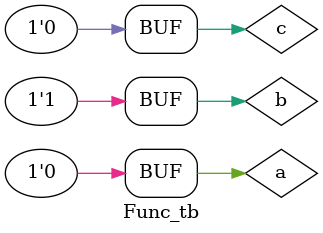
<source format=v>

module Func (a,b,c,y);
input a,b,c;
output y;

assign y = (~b & ~c) | (a & ~b);

endmodule

module Func_tb ();

reg a,b,c;
wire y;

Func dut (a,b,c,y);

always begin
a = 0; b = 0; c = 0; #10;
a = 1; b = 0; c = 0; #10;
a = 0; b = 1; c = 0; #10;
end

endmodule



</source>
